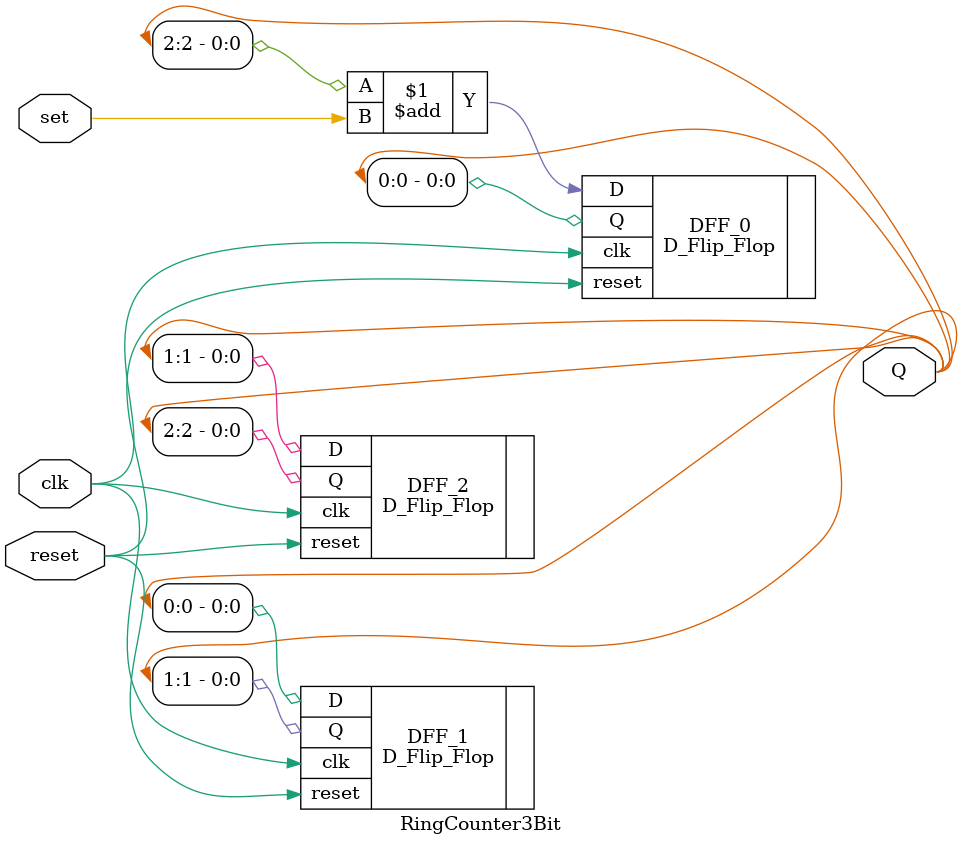
<source format=v>
module RingCounter3Bit(clk, reset,set, Q);

input clk,reset,set; 
output [2:0]Q; 

D_Flip_Flop DFF_0(.D(Q[2]+set), .reset(reset), .clk(clk), .Q(Q[0]));
D_Flip_Flop DFF_1(.D(Q[0]), .reset(reset), .clk(clk), .Q(Q[1])); 
D_Flip_Flop DFF_2(.D(Q[1]), .reset(reset), .clk(clk), .Q(Q[2])); 

endmodule

</source>
